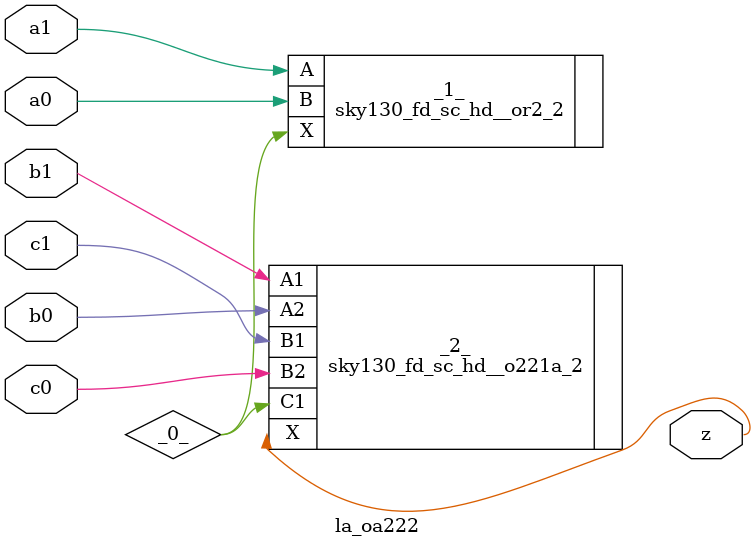
<source format=v>

module la_oa222(a0, a1, b0, b1, c0, c1, z);
  wire _0_;
  input a0;
  input a1;
  input b0;
  input b1;
  input c0;
  input c1;
  output z;
  sky130_fd_sc_hd__or2_2 _1_ (
    .A(a1),
    .B(a0),
    .X(_0_)
  );
  sky130_fd_sc_hd__o221a_2 _2_ (
    .A1(b1),
    .A2(b0),
    .B1(c1),
    .B2(c0),
    .C1(_0_),
    .X(z)
  );
endmodule

</source>
